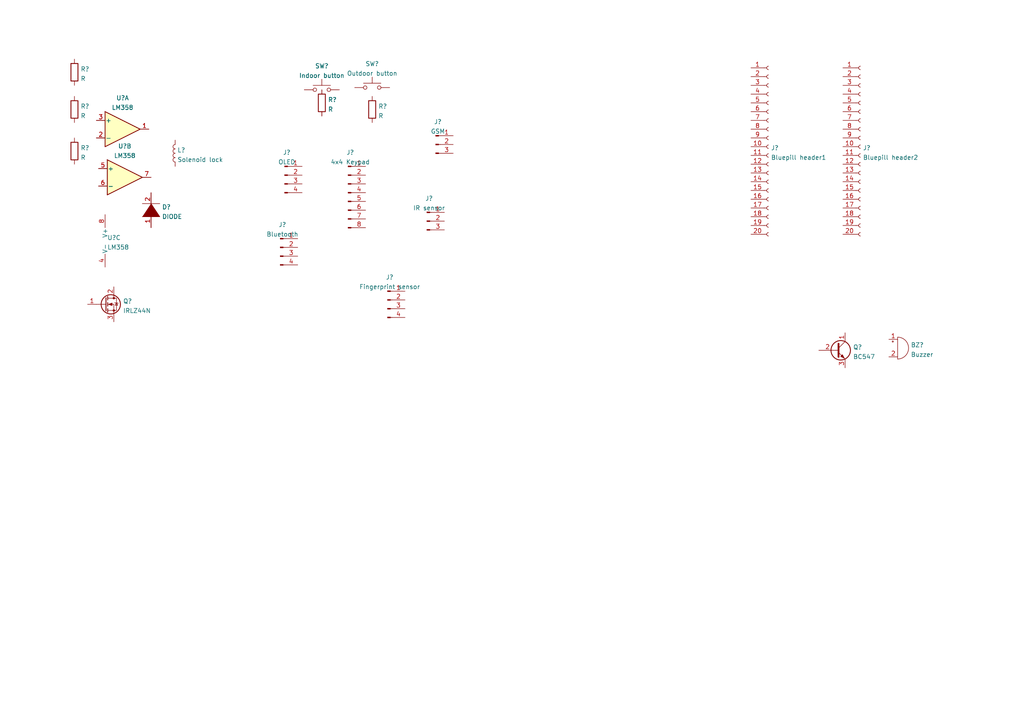
<source format=kicad_sch>
(kicad_sch (version 20211123) (generator eeschema)
  (paper "A4")
  (title_block (title "Smart Lock ") (date "2022-06-15") (rev "1.0") (company "Department of Electrical and Electronic Engineering, University of Ibadan"))
  (lib_symbols
    (symbol "Amplifier_Operational:LM358" (pin_names (offset 0.127))
      (property "Reference" "U" (at 0 5.08 0))
      (property "Value" "LM358" (at 0 -5.08 0))
      (symbol "LM358_1_1"
        (polyline (pts (xy -5.08 5.08) (xy 5.08 0) (xy -5.08 -5.08) (xy -5.08 5.08)) (stroke (width 0.254)) (fill (type background)))
        (pin output line (at 7.62 0 180) (length 2.54) (name "~") (number "1"))
        (pin input line (at -7.62 -2.54 0) (length 2.54) (name "-") (number "2"))
        (pin input line (at -7.62 2.54 0) (length 2.54) (name "+") (number "3"))
      )
      (symbol "LM358_2_1"
        (polyline (pts (xy -5.08 5.08) (xy 5.08 0) (xy -5.08 -5.08) (xy -5.08 5.08)) (stroke (width 0.254)) (fill (type background)))
        (pin input line (at -7.62 2.54 0) (length 2.54) (name "+") (number "5"))
        (pin input line (at -7.62 -2.54 0) (length 2.54) (name "-") (number "6"))
        (pin output line (at 7.62 0 180) (length 2.54) (name "~") (number "7"))
      )
      (symbol "LM358_3_1"
        (pin power_in line (at -2.54 -7.62 90) (length 3.81) (name "V-") (number "4"))
        (pin power_in line (at -2.54 7.62 270) (length 3.81) (name "V+") (number "8"))
      )
    )
    (symbol "Connector:Conn_01x03_Male" (pin_names (offset 1.016) hide)
      (property "Reference" "J" (at 0 5.08 0))
      (property "Value" "Conn_01x03_Male" (at 0 -5.08 0))
      (symbol "Conn_01x03_Male_1_1"
        (polyline (pts (xy 1.27 -2.54) (xy 0.8636 -2.54)) (stroke (width 0.1524)))
        (polyline (pts (xy 1.27 0) (xy 0.8636 0)) (stroke (width 0.1524)))
        (polyline (pts (xy 1.27 2.54) (xy 0.8636 2.54)) (stroke (width 0.1524)))
        (rectangle (start 0.8636 -2.413) (end 0 -2.667) (stroke (width 0.1524)) (fill (type outline)))
        (rectangle (start 0.8636 0.127) (end 0 -0.127) (stroke (width 0.1524)) (fill (type outline)))
        (rectangle (start 0.8636 2.667) (end 0 2.413) (stroke (width 0.1524)) (fill (type outline)))
        (pin passive line (at 5.08 2.54 180) (length 3.81) (name "Pin_1") (number "1"))
        (pin passive line (at 5.08 0 180) (length 3.81) (name "Pin_2") (number "2"))
        (pin passive line (at 5.08 -2.54 180) (length 3.81) (name "Pin_3") (number "3"))
      )
    )
    (symbol "Connector:Conn_01x04_Male" (pin_names (offset 1.016) hide)
      (property "Reference" "J" (at 0 5.08 0))
      (property "Value" "Conn_01x04_Male" (at 0 -7.62 0))
      (symbol "Conn_01x04_Male_1_1"
        (polyline (pts (xy 1.27 -5.08) (xy 0.8636 -5.08)) (stroke (width 0.1524)))
        (polyline (pts (xy 1.27 -2.54) (xy 0.8636 -2.54)) (stroke (width 0.1524)))
        (polyline (pts (xy 1.27 0) (xy 0.8636 0)) (stroke (width 0.1524)))
        (polyline (pts (xy 1.27 2.54) (xy 0.8636 2.54)) (stroke (width 0.1524)))
        (rectangle (start 0.8636 -4.953) (end 0 -5.207) (stroke (width 0.1524)) (fill (type outline)))
        (rectangle (start 0.8636 -2.413) (end 0 -2.667) (stroke (width 0.1524)) (fill (type outline)))
        (rectangle (start 0.8636 0.127) (end 0 -0.127) (stroke (width 0.1524)) (fill (type outline)))
        (rectangle (start 0.8636 2.667) (end 0 2.413) (stroke (width 0.1524)) (fill (type outline)))
        (pin passive line (at 5.08 2.54 180) (length 3.81) (name "Pin_1") (number "1"))
        (pin passive line (at 5.08 0 180) (length 3.81) (name "Pin_2") (number "2"))
        (pin passive line (at 5.08 -2.54 180) (length 3.81) (name "Pin_3") (number "3"))
        (pin passive line (at 5.08 -5.08 180) (length 3.81) (name "Pin_4") (number "4"))
      )
    )
    (symbol "Connector:Conn_01x08_Male" (pin_names (offset 1.016) hide)
      (property "Reference" "J" (at 0 10.16 0))
      (property "Value" "Conn_01x08_Male" (at 0 -12.7 0))
      (symbol "Conn_01x08_Male_1_1"
        (polyline (pts (xy 1.27 -10.16) (xy 0.8636 -10.16)) (stroke (width 0.1524)))
        (polyline (pts (xy 1.27 -7.62) (xy 0.8636 -7.62)) (stroke (width 0.1524)))
        (polyline (pts (xy 1.27 -5.08) (xy 0.8636 -5.08)) (stroke (width 0.1524)))
        (polyline (pts (xy 1.27 -2.54) (xy 0.8636 -2.54)) (stroke (width 0.1524)))
        (polyline (pts (xy 1.27 0) (xy 0.8636 0)) (stroke (width 0.1524)))
        (polyline (pts (xy 1.27 2.54) (xy 0.8636 2.54)) (stroke (width 0.1524)))
        (polyline (pts (xy 1.27 5.08) (xy 0.8636 5.08)) (stroke (width 0.1524)))
        (polyline (pts (xy 1.27 7.62) (xy 0.8636 7.62)) (stroke (width 0.1524)))
        (rectangle (start 0.8636 -10.033) (end 0 -10.287) (stroke (width 0.1524)) (fill (type outline)))
        (rectangle (start 0.8636 -7.493) (end 0 -7.747) (stroke (width 0.1524)) (fill (type outline)))
        (rectangle (start 0.8636 -4.953) (end 0 -5.207) (stroke (width 0.1524)) (fill (type outline)))
        (rectangle (start 0.8636 -2.413) (end 0 -2.667) (stroke (width 0.1524)) (fill (type outline)))
        (rectangle (start 0.8636 0.127) (end 0 -0.127) (stroke (width 0.1524)) (fill (type outline)))
        (rectangle (start 0.8636 2.667) (end 0 2.413) (stroke (width 0.1524)) (fill (type outline)))
        (rectangle (start 0.8636 5.207) (end 0 4.953) (stroke (width 0.1524)) (fill (type outline)))
        (rectangle (start 0.8636 7.747) (end 0 7.493) (stroke (width 0.1524)) (fill (type outline)))
        (pin passive line (at 5.08 7.62 180) (length 3.81) (name "Pin_1") (number "1"))
        (pin passive line (at 5.08 5.08 180) (length 3.81) (name "Pin_2") (number "2"))
        (pin passive line (at 5.08 2.54 180) (length 3.81) (name "Pin_3") (number "3"))
        (pin passive line (at 5.08 0 180) (length 3.81) (name "Pin_4") (number "4"))
        (pin passive line (at 5.08 -2.54 180) (length 3.81) (name "Pin_5") (number "5"))
        (pin passive line (at 5.08 -5.08 180) (length 3.81) (name "Pin_6") (number "6"))
        (pin passive line (at 5.08 -7.62 180) (length 3.81) (name "Pin_7") (number "7"))
        (pin passive line (at 5.08 -10.16 180) (length 3.81) (name "Pin_8") (number "8"))
      )
    )
    (symbol "Connector:Conn_01x20_Female" (pin_names (offset 1.016) hide)
      (property "Reference" "J" (at 0 25.4 0))
      (property "Value" "Conn_01x20_Female" (at 0 -27.94 0))
      (symbol "Conn_01x20_Female_1_1"
        (arc (start 0 -24.892) (mid -0.508 -25.4) (end 0 -25.908) (stroke (width 0.1524)))
        (arc (start 0 -22.352) (mid -0.508 -22.86) (end 0 -23.368) (stroke (width 0.1524)))
        (arc (start 0 -19.812) (mid -0.508 -20.32) (end 0 -20.828) (stroke (width 0.1524)))
        (arc (start 0 -17.272) (mid -0.508 -17.78) (end 0 -18.288) (stroke (width 0.1524)))
        (arc (start 0 -14.732) (mid -0.508 -15.24) (end 0 -15.748) (stroke (width 0.1524)))
        (arc (start 0 -12.192) (mid -0.508 -12.7) (end 0 -13.208) (stroke (width 0.1524)))
        (arc (start 0 -9.652) (mid -0.508 -10.16) (end 0 -10.668) (stroke (width 0.1524)))
        (arc (start 0 -7.112) (mid -0.508 -7.62) (end 0 -8.128) (stroke (width 0.1524)))
        (arc (start 0 -4.572) (mid -0.508 -5.08) (end 0 -5.588) (stroke (width 0.1524)))
        (arc (start 0 -2.032) (mid -0.508 -2.54) (end 0 -3.048) (stroke (width 0.1524)))
        (polyline (pts (xy -1.27 -25.4) (xy -0.508 -25.4)) (stroke (width 0.1524)))
        (polyline (pts (xy -1.27 -22.86) (xy -0.508 -22.86)) (stroke (width 0.1524)))
        (polyline (pts (xy -1.27 -20.32) (xy -0.508 -20.32)) (stroke (width 0.1524)))
        (polyline (pts (xy -1.27 -17.78) (xy -0.508 -17.78)) (stroke (width 0.1524)))
        (polyline (pts (xy -1.27 -15.24) (xy -0.508 -15.24)) (stroke (width 0.1524)))
        (polyline (pts (xy -1.27 -12.7) (xy -0.508 -12.7)) (stroke (width 0.1524)))
        (polyline (pts (xy -1.27 -10.16) (xy -0.508 -10.16)) (stroke (width 0.1524)))
        (polyline (pts (xy -1.27 -7.62) (xy -0.508 -7.62)) (stroke (width 0.1524)))
        (polyline (pts (xy -1.27 -5.08) (xy -0.508 -5.08)) (stroke (width 0.1524)))
        (polyline (pts (xy -1.27 -2.54) (xy -0.508 -2.54)) (stroke (width 0.1524)))
        (polyline (pts (xy -1.27 0) (xy -0.508 0)) (stroke (width 0.1524)))
        (polyline (pts (xy -1.27 2.54) (xy -0.508 2.54)) (stroke (width 0.1524)))
        (polyline (pts (xy -1.27 5.08) (xy -0.508 5.08)) (stroke (width 0.1524)))
        (polyline (pts (xy -1.27 7.62) (xy -0.508 7.62)) (stroke (width 0.1524)))
        (polyline (pts (xy -1.27 10.16) (xy -0.508 10.16)) (stroke (width 0.1524)))
        (polyline (pts (xy -1.27 12.7) (xy -0.508 12.7)) (stroke (width 0.1524)))
        (polyline (pts (xy -1.27 15.24) (xy -0.508 15.24)) (stroke (width 0.1524)))
        (polyline (pts (xy -1.27 17.78) (xy -0.508 17.78)) (stroke (width 0.1524)))
        (polyline (pts (xy -1.27 20.32) (xy -0.508 20.32)) (stroke (width 0.1524)))
        (polyline (pts (xy -1.27 22.86) (xy -0.508 22.86)) (stroke (width 0.1524)))
        (arc (start 0 0.508) (mid -0.508 0) (end 0 -0.508) (stroke (width 0.1524)))
        (arc (start 0 3.048) (mid -0.508 2.54) (end 0 2.032) (stroke (width 0.1524)))
        (arc (start 0 5.588) (mid -0.508 5.08) (end 0 4.572) (stroke (width 0.1524)))
        (arc (start 0 8.128) (mid -0.508 7.62) (end 0 7.112) (stroke (width 0.1524)))
        (arc (start 0 10.668) (mid -0.508 10.16) (end 0 9.652) (stroke (width 0.1524)))
        (arc (start 0 13.208) (mid -0.508 12.7) (end 0 12.192) (stroke (width 0.1524)))
        (arc (start 0 15.748) (mid -0.508 15.24) (end 0 14.732) (stroke (width 0.1524)))
        (arc (start 0 18.288) (mid -0.508 17.78) (end 0 17.272) (stroke (width 0.1524)))
        (arc (start 0 20.828) (mid -0.508 20.32) (end 0 19.812) (stroke (width 0.1524)))
        (arc (start 0 23.368) (mid -0.508 22.86) (end 0 22.352) (stroke (width 0.1524)))
        (pin passive line (at -5.08 22.86 0) (length 3.81) (name "Pin_1") (number "1"))
        (pin passive line (at -5.08 0 0) (length 3.81) (name "Pin_10") (number "10"))
        (pin passive line (at -5.08 -2.54 0) (length 3.81) (name "Pin_11") (number "11"))
        (pin passive line (at -5.08 -5.08 0) (length 3.81) (name "Pin_12") (number "12"))
        (pin passive line (at -5.08 -7.62 0) (length 3.81) (name "Pin_13") (number "13"))
        (pin passive line (at -5.08 -10.16 0) (length 3.81) (name "Pin_14") (number "14"))
        (pin passive line (at -5.08 -12.7 0) (length 3.81) (name "Pin_15") (number "15"))
        (pin passive line (at -5.08 -15.24 0) (length 3.81) (name "Pin_16") (number "16"))
        (pin passive line (at -5.08 -17.78 0) (length 3.81) (name "Pin_17") (number "17"))
        (pin passive line (at -5.08 -20.32 0) (length 3.81) (name "Pin_18") (number "18"))
        (pin passive line (at -5.08 -22.86 0) (length 3.81) (name "Pin_19") (number "19"))
        (pin passive line (at -5.08 20.32 0) (length 3.81) (name "Pin_2") (number "2"))
        (pin passive line (at -5.08 -25.4 0) (length 3.81) (name "Pin_20") (number "20"))
        (pin passive line (at -5.08 17.78 0) (length 3.81) (name "Pin_3") (number "3"))
        (pin passive line (at -5.08 15.24 0) (length 3.81) (name "Pin_4") (number "4"))
        (pin passive line (at -5.08 12.7 0) (length 3.81) (name "Pin_5") (number "5"))
        (pin passive line (at -5.08 10.16 0) (length 3.81) (name "Pin_6") (number "6"))
        (pin passive line (at -5.08 7.62 0) (length 3.81) (name "Pin_7") (number "7"))
        (pin passive line (at -5.08 5.08 0) (length 3.81) (name "Pin_8") (number "8"))
        (pin passive line (at -5.08 2.54 0) (length 3.81) (name "Pin_9") (number "9"))
      )
    )
    (symbol "Device:Buzzer" (pin_names (offset 0.0254) hide)
      (property "Reference" "BZ" (at 3.81 1.27 0))
      (property "Value" "Buzzer" (at 3.81 -1.27 0))
      (symbol "Buzzer_0_1"
        (arc (start 0 -3.175) (mid 3.175 0) (end 0 3.175))
        (polyline (pts (xy -1.651 1.905) (xy -1.143 1.905)))
        (polyline (pts (xy -1.397 2.159) (xy -1.397 1.651)))
        (polyline (pts (xy 0 3.175) (xy 0 -3.175)))
      )
      (symbol "Buzzer_1_1"
        (pin passive line (at -2.54 2.54 0) (length 2.54) (name "-") (number "1"))
        (pin passive line (at -2.54 -2.54 0) (length 2.54) (name "+") (number "2"))
      )
    )
    (symbol "Device:L" (pin_numbers hide) (pin_names (offset 1.016) hide)
      (property "Reference" "L" (at -1.27 0 90))
      (property "Value" "L" (at 1.905 0 90))
      (symbol "L_0_1"
        (arc (start 0 -2.54) (mid 0.635 -1.905) (end 0 -1.27))
        (arc (start 0 -1.27) (mid 0.635 -0.635) (end 0 0))
        (arc (start 0 0) (mid 0.635 0.635) (end 0 1.27))
        (arc (start 0 1.27) (mid 0.635 1.905) (end 0 2.54))
      )
      (symbol "L_1_1"
        (pin passive line (at 0 3.81 270) (length 1.27) (name "1") (number "1"))
        (pin passive line (at 0 -3.81 90) (length 1.27) (name "2") (number "2"))
      )
    )
    (symbol "Device:R" (pin_numbers hide) (pin_names (offset 0))
      (property "Reference" "R" (at 2.032 0 90))
      (property "Value" "R" (at 0 0 90))
      (symbol "R_0_1"
        (rectangle (start -1.016 -2.54) (end 1.016 2.54) (stroke (width 0.254)))
      )
      (symbol "R_1_1"
        (pin passive line (at 0 3.81 270) (length 1.27) (name "~") (number "1"))
        (pin passive line (at 0 -3.81 90) (length 1.27) (name "~") (number "2"))
      )
    )
    (symbol "Switch:SW_MEC_5G" (pin_numbers hide) (pin_names (offset 1.016) hide)
      (property "Reference" "SW" (at 1.27 2.54 0))
      (property "Value" "SW_MEC_5G" (at 0 -1.524 0))
      (symbol "SW_MEC_5G_0_1"
        (circle (center -2.032 0) (radius 0.508))
        (polyline (pts (xy 0 1.27) (xy 0 3.048)))
        (polyline (pts (xy 2.54 1.27) (xy -2.54 1.27)))
        (circle (center 2.032 0) (radius 0.508))
        (pin passive line (at -5.08 0 0) (length 2.54) (name "A") (number "1"))
        (pin passive line (at 5.08 0 180) (length 2.54) (name "B") (number "3"))
      )
      (symbol "SW_MEC_5G_1_1"
        (pin passive line (at -5.08 0 0) (length 2.54) hide (name "A") (number "2"))
        (pin passive line (at 5.08 0 180) (length 2.54) hide (name "B") (number "4"))
      )
    )
    (symbol "Transistor_BJT:BC547" (pin_names (offset 0) hide)
      (property "Reference" "Q" (at 5.08 1.905 0))
      (property "Value" "BC547" (at 5.08 0 0))
      (symbol "BC547_0_1"
        (polyline (pts (xy 0 0) (xy 0.635 0)))
        (polyline (pts (xy 0.635 0.635) (xy 2.54 2.54)))
        (polyline (pts (xy 0.635 -0.635) (xy 2.54 -2.54) (xy 2.54 -2.54)))
        (polyline (pts (xy 0.635 1.905) (xy 0.635 -1.905) (xy 0.635 -1.905)) (stroke (width 0.508)))
        (polyline (pts (xy 1.27 -1.778) (xy 1.778 -1.27) (xy 2.286 -2.286) (xy 1.27 -1.778) (xy 1.27 -1.778)) (fill (type outline)))
        (circle (center 1.27 0) (radius 2.8194) (stroke (width 0.254)))
      )
      (symbol "BC547_1_1"
        (pin passive line (at 2.54 5.08 270) (length 2.54) (name "C") (number "1"))
        (pin input line (at -5.08 0 0) (length 5.08) (name "B") (number "2"))
        (pin passive line (at 2.54 -5.08 90) (length 2.54) (name "E") (number "3"))
      )
    )
    (symbol "Transistor_FET:IRLZ44N" (pin_names hide)
      (property "Reference" "Q" (at 6.35 1.905 0))
      (property "Value" "IRLZ44N" (at 6.35 0 0))
      (symbol "IRLZ44N_0_1"
        (polyline (pts (xy 0.254 0) (xy -2.54 0)))
        (polyline (pts (xy 0.254 1.905) (xy 0.254 -1.905)) (stroke (width 0.254)))
        (polyline (pts (xy 0.762 -1.27) (xy 0.762 -2.286)) (stroke (width 0.254)))
        (polyline (pts (xy 0.762 0.508) (xy 0.762 -0.508)) (stroke (width 0.254)))
        (polyline (pts (xy 0.762 2.286) (xy 0.762 1.27)) (stroke (width 0.254)))
        (polyline (pts (xy 2.54 2.54) (xy 2.54 1.778)))
        (polyline (pts (xy 2.54 -2.54) (xy 2.54 0) (xy 0.762 0)))
        (polyline (pts (xy 0.762 -1.778) (xy 3.302 -1.778) (xy 3.302 1.778) (xy 0.762 1.778)))
        (polyline (pts (xy 1.016 0) (xy 2.032 0.381) (xy 2.032 -0.381) (xy 1.016 0)) (fill (type outline)))
        (polyline (pts (xy 2.794 0.508) (xy 2.921 0.381) (xy 3.683 0.381) (xy 3.81 0.254)))
        (polyline (pts (xy 3.302 0.381) (xy 2.921 -0.254) (xy 3.683 -0.254) (xy 3.302 0.381)))
        (circle (center 1.651 0) (radius 2.794) (stroke (width 0.254)))
        (circle (center 2.54 -1.778) (radius 0.254) (fill (type outline)))
        (circle (center 2.54 1.778) (radius 0.254) (fill (type outline)))
      )
      (symbol "IRLZ44N_1_1"
        (pin input line (at -5.08 0 0) (length 2.54) (name "G") (number "1"))
        (pin passive line (at 2.54 5.08 270) (length 2.54) (name "D") (number "2"))
        (pin passive line (at 2.54 -5.08 90) (length 2.54) (name "S") (number "3"))
      )
    )
    (symbol "pspice:DIODE" (pin_names (offset 1.016) hide)
      (property "Reference" "D" (at 0 3.81 0))
      (property "Value" "DIODE" (at 0 -4.445 0))
      (symbol "DIODE_0_1"
        (polyline (pts (xy 1.905 2.54) (xy 1.905 -2.54)))
        (polyline (pts (xy -1.905 2.54) (xy -1.905 -2.54) (xy 1.905 0)) (fill (type outline)))
      )
      (symbol "DIODE_1_1"
        (pin input line (at -5.08 0 0) (length 3.81) (name "K") (number "1"))
        (pin input line (at 5.08 0 180) (length 3.81) (name "A") (number "2"))
      )
    )
  )
  (symbol (lib_id "Device:L") (at 50.8 44.45 180) (unit 1)
    (property "Reference" "L?" (at 51.435 43.5415 0) (effects (justify right)))
    (property "Value" "Solenoid lock" (at 51.435 46.3166 0) (effects (justify right)))
  )
  (symbol (lib_id "Switch:SW_MEC_5G") (at 93.345 26.035 0) (unit 1)
    (property "Reference" "SW?" (at 93.345 19.1475 0))
    (property "Value" "Indoor button" (at 93.345 21.9226 0))
    (property "Datasheet" "http://www.apem.com/int/index.php?controller=attachment&id_attachment=488" (effects hide))
  )
  (symbol (lib_id "Connector:Conn_01x08_Male") (at 100.965 55.88 0) (unit 1)
    (property "Reference" "J?" (at 101.6 44.2173 0))
    (property "Value" "4x4 Keypad" (at 101.6 46.9924 0))
  )
  (symbol (lib_id "Amplifier_Operational:LM358") (at 35.56 37.465 0) (unit 1)
    (property "Reference" "U?" (at 35.56 28.4185 0))
    (property "Value" "LM358" (at 35.56 31.1936 0))
    (property "Datasheet" "http://www.ti.com/lit/ds/symlink/lm2904-n.pdf" (effects hide))
  )
  (symbol (lib_id "pspice:DIODE") (at 43.815 60.96 90) (unit 1)
    (property "Reference" "D?" (at 46.99 60.0515 90) (effects (justify right)))
    (property "Value" "DIODE" (at 46.99 62.8266 90) (effects (justify right)))
  )
  (symbol (lib_id "Device:R") (at 93.345 29.845 0) (unit 1)
    (property "Reference" "R?" (at 95.123 28.9365 0) (effects (justify left)))
    (property "Value" "R" (at 95.123 31.7116 0) (effects (justify left)))
  )
  (symbol (lib_id "Device:R") (at 21.59 20.955 0) (unit 1)
    (property "Reference" "R?" (at 23.368 20.0465 0) (effects (justify left)))
    (property "Value" "R" (at 23.368 22.8216 0) (effects (justify left)))
  )
  (symbol (lib_id "Connector:Conn_01x20_Female") (at 222.885 42.545 0) (unit 1)
    (property "Reference" "J?" (at 223.5962 42.9065 0) (effects (justify left)))
    (property "Value" "Bluepill header1" (at 223.5962 45.6816 0) (effects (justify left)))
  )
  (symbol (lib_id "Connector:Conn_01x03_Male") (at 123.825 64.135 0) (unit 1)
    (property "Reference" "J?" (at 124.46 57.5523 0))
    (property "Value" "IR sensor" (at 124.46 60.3274 0))
  )
  (symbol (lib_id "Connector:Conn_01x04_Male") (at 112.395 86.995 0) (unit 1)
    (property "Reference" "J?" (at 113.03 80.4123 0))
    (property "Value" "Fingerprint sensor" (at 113.03 83.1874 0))
  )
  (symbol (lib_id "Amplifier_Operational:LM358") (at 36.195 51.435 0) (unit 2)
    (property "Reference" "U?" (at 36.195 42.3885 0))
    (property "Value" "LM358" (at 36.195 45.1636 0))
    (property "Datasheet" "http://www.ti.com/lit/ds/symlink/lm2904-n.pdf" (effects hide))
  )
  (symbol (lib_id "Connector:Conn_01x04_Male") (at 81.28 71.755 0) (unit 1)
    (property "Reference" "J?" (at 81.915 65.1723 0))
    (property "Value" "Bluetooth" (at 81.915 67.9474 0))
  )
  (symbol (lib_id "Transistor_FET:IRLZ44N") (at 30.48 88.265 0) (unit 1)
    (property "Reference" "Q?" (at 35.687 87.3565 0) (effects (justify left)))
    (property "Value" "IRLZ44N" (at 35.687 90.1316 0) (effects (justify left)))
    (property "Footprint" "Package_TO_SOT_THT:TO-220-3_Vertical" (effects hide))
    (property "Datasheet" "http://www.irf.com/product-info/datasheets/data/irlz44n.pdf" (effects hide))
  )
  (symbol (lib_id "Device:R") (at 21.59 31.75 0) (unit 1)
    (property "Reference" "R?" (at 23.368 30.8415 0) (effects (justify left)))
    (property "Value" "R" (at 23.368 33.6166 0) (effects (justify left)))
  )
  (symbol (lib_id "Device:Buzzer") (at 260.35 100.965 0) (unit 1)
    (property "Reference" "BZ?" (at 264.16 100.0565 0) (effects (justify left)))
    (property "Value" "Buzzer" (at 264.16 102.8316 0) (effects (justify left)))
  )
  (symbol (lib_id "Connector:Conn_01x20_Female") (at 249.555 42.545 0) (unit 1)
    (property "Reference" "J?" (at 250.2662 42.9065 0) (effects (justify left)))
    (property "Value" "Bluepill header2" (at 250.2662 45.6816 0) (effects (justify left)))
  )
  (symbol (lib_id "Connector:Conn_01x04_Male") (at 82.55 50.8 0) (unit 1)
    (property "Reference" "J?" (at 83.185 44.2173 0))
    (property "Value" "OLED" (at 83.185 46.9924 0))
  )
  (symbol (lib_id "Switch:SW_MEC_5G") (at 107.95 25.4 0) (unit 1)
    (property "Reference" "SW?" (at 107.95 18.5125 0))
    (property "Value" "Outdoor button" (at 107.95 21.2876 0))
    (property "Datasheet" "http://www.apem.com/int/index.php?controller=attachment&id_attachment=488" (effects hide))
  )
  (symbol (lib_id "Connector:Conn_01x03_Male") (at 126.365 41.91 0) (unit 1)
    (property "Reference" "J?" (at 127 35.3273 0))
    (property "Value" "GSM" (at 127 38.1024 0))
  )
  (symbol (lib_id "Device:R") (at 107.95 31.75 0) (unit 1)
    (property "Reference" "R?" (at 109.728 30.8415 0) (effects (justify left)))
    (property "Value" "R" (at 109.728 33.6166 0) (effects (justify left)))
  )
  (symbol (lib_id "Device:R") (at 21.59 43.815 0) (unit 1)
    (property "Reference" "R?" (at 23.368 42.9065 0) (effects (justify left)))
    (property "Value" "R" (at 23.368 45.6816 0) (effects (justify left)))
  )
  (symbol (lib_id "Amplifier_Operational:LM358") (at 33.02 69.85 0) (unit 3)
    (property "Reference" "U?" (at 31.115 68.9415 0) (effects (justify left)))
    (property "Value" "LM358" (at 31.115 71.7166 0) (effects (justify left)))
    (property "Datasheet" "http://www.ti.com/lit/ds/symlink/lm2904-n.pdf" (effects hide))
  )
  (symbol (lib_id "Transistor_BJT:BC547") (at 242.57 101.6 0) (unit 1)
    (property "Reference" "Q?" (at 247.4214 100.6915 0) (effects (justify left)))
    (property "Value" "BC547" (at 247.4214 103.4666 0) (effects (justify left)))
    (property "Footprint" "Package_TO_SOT_THT:TO-92_Inline" (effects hide))
    (property "Datasheet" "https://www.onsemi.com/pub/Collateral/BC550-D.pdf" (effects hide))
  )
)
</source>
